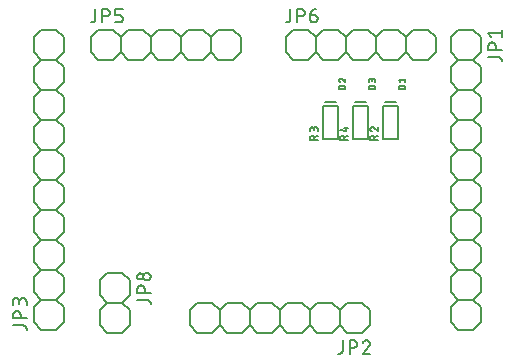
<source format=gbr>
G04 EAGLE Gerber X2 export*
%TF.Part,Single*%
%TF.FileFunction,Legend,Top,1*%
%TF.FilePolarity,Positive*%
%TF.GenerationSoftware,Autodesk,EAGLE,8.7.0*%
%TF.CreationDate,2021-03-05T05:17:05Z*%
G75*
%MOMM*%
%FSLAX34Y34*%
%LPD*%
%AMOC8*
5,1,8,0,0,1.08239X$1,22.5*%
G01*
%ADD10C,0.152400*%
%ADD11C,0.127000*%
%ADD12C,0.203200*%


D10*
X394970Y76200D02*
X401320Y69850D01*
X401320Y57150D01*
X394970Y50800D01*
X382270Y50800D01*
X375920Y57150D01*
X375920Y69850D01*
X382270Y76200D01*
X401320Y107950D02*
X401320Y120650D01*
X401320Y107950D02*
X394970Y101600D01*
X382270Y101600D01*
X375920Y107950D01*
X394970Y101600D02*
X401320Y95250D01*
X401320Y82550D01*
X394970Y76200D01*
X382270Y76200D01*
X375920Y82550D01*
X375920Y95250D01*
X382270Y101600D01*
X401320Y146050D02*
X394970Y152400D01*
X401320Y146050D02*
X401320Y133350D01*
X394970Y127000D01*
X382270Y127000D01*
X375920Y133350D01*
X375920Y146050D01*
X382270Y152400D01*
X394970Y127000D02*
X401320Y120650D01*
X382270Y127000D02*
X375920Y120650D01*
X375920Y107950D01*
X401320Y184150D02*
X401320Y196850D01*
X401320Y184150D02*
X394970Y177800D01*
X382270Y177800D01*
X375920Y184150D01*
X394970Y177800D02*
X401320Y171450D01*
X401320Y158750D01*
X394970Y152400D01*
X382270Y152400D01*
X375920Y158750D01*
X375920Y171450D01*
X382270Y177800D01*
X401320Y222250D02*
X394970Y228600D01*
X401320Y222250D02*
X401320Y209550D01*
X394970Y203200D01*
X382270Y203200D01*
X375920Y209550D01*
X375920Y222250D01*
X382270Y228600D01*
X394970Y203200D02*
X401320Y196850D01*
X382270Y203200D02*
X375920Y196850D01*
X375920Y184150D01*
X401320Y260350D02*
X401320Y273050D01*
X401320Y260350D02*
X394970Y254000D01*
X382270Y254000D01*
X375920Y260350D01*
X394970Y254000D02*
X401320Y247650D01*
X401320Y234950D01*
X394970Y228600D01*
X382270Y228600D01*
X375920Y234950D01*
X375920Y247650D01*
X382270Y254000D01*
X382270Y279400D02*
X394970Y279400D01*
X401320Y273050D01*
X382270Y279400D02*
X375920Y273050D01*
X375920Y260350D01*
X401320Y44450D02*
X401320Y31750D01*
X394970Y25400D01*
X382270Y25400D01*
X375920Y31750D01*
X394970Y50800D02*
X401320Y44450D01*
X382270Y50800D02*
X375920Y44450D01*
X375920Y31750D01*
D11*
X407543Y256338D02*
X416433Y256338D01*
X416533Y256336D01*
X416632Y256330D01*
X416732Y256320D01*
X416830Y256307D01*
X416929Y256289D01*
X417026Y256268D01*
X417122Y256243D01*
X417218Y256214D01*
X417312Y256181D01*
X417405Y256145D01*
X417496Y256105D01*
X417586Y256061D01*
X417674Y256014D01*
X417760Y255964D01*
X417844Y255910D01*
X417926Y255853D01*
X418005Y255793D01*
X418083Y255729D01*
X418157Y255663D01*
X418229Y255594D01*
X418298Y255522D01*
X418364Y255448D01*
X418428Y255370D01*
X418488Y255291D01*
X418545Y255209D01*
X418599Y255125D01*
X418649Y255039D01*
X418696Y254951D01*
X418740Y254861D01*
X418780Y254770D01*
X418816Y254677D01*
X418849Y254583D01*
X418878Y254487D01*
X418903Y254391D01*
X418924Y254294D01*
X418942Y254195D01*
X418955Y254097D01*
X418965Y253997D01*
X418971Y253898D01*
X418973Y253798D01*
X418973Y252528D01*
X418973Y262319D02*
X407543Y262319D01*
X407543Y265494D01*
X407545Y265605D01*
X407551Y265715D01*
X407560Y265826D01*
X407574Y265936D01*
X407591Y266045D01*
X407612Y266154D01*
X407637Y266262D01*
X407666Y266369D01*
X407698Y266475D01*
X407734Y266580D01*
X407774Y266683D01*
X407817Y266785D01*
X407864Y266886D01*
X407915Y266985D01*
X407968Y267082D01*
X408025Y267176D01*
X408086Y267269D01*
X408149Y267360D01*
X408216Y267449D01*
X408286Y267535D01*
X408359Y267618D01*
X408434Y267700D01*
X408512Y267778D01*
X408594Y267853D01*
X408677Y267926D01*
X408763Y267996D01*
X408852Y268063D01*
X408943Y268126D01*
X409036Y268187D01*
X409131Y268244D01*
X409227Y268297D01*
X409326Y268348D01*
X409427Y268395D01*
X409529Y268438D01*
X409632Y268478D01*
X409737Y268514D01*
X409843Y268546D01*
X409950Y268575D01*
X410058Y268600D01*
X410167Y268621D01*
X410276Y268638D01*
X410386Y268652D01*
X410497Y268661D01*
X410607Y268667D01*
X410718Y268669D01*
X410829Y268667D01*
X410939Y268661D01*
X411050Y268652D01*
X411160Y268638D01*
X411269Y268621D01*
X411378Y268600D01*
X411486Y268575D01*
X411593Y268546D01*
X411699Y268514D01*
X411804Y268478D01*
X411907Y268438D01*
X412009Y268395D01*
X412110Y268348D01*
X412209Y268297D01*
X412306Y268244D01*
X412400Y268187D01*
X412493Y268126D01*
X412584Y268063D01*
X412673Y267996D01*
X412759Y267926D01*
X412842Y267853D01*
X412924Y267778D01*
X413002Y267700D01*
X413077Y267618D01*
X413150Y267535D01*
X413220Y267449D01*
X413287Y267360D01*
X413350Y267269D01*
X413411Y267176D01*
X413468Y267082D01*
X413521Y266985D01*
X413572Y266886D01*
X413619Y266785D01*
X413662Y266683D01*
X413702Y266580D01*
X413738Y266475D01*
X413770Y266369D01*
X413799Y266262D01*
X413824Y266154D01*
X413845Y266045D01*
X413862Y265936D01*
X413876Y265826D01*
X413885Y265715D01*
X413891Y265605D01*
X413893Y265494D01*
X413893Y262319D01*
X410083Y273177D02*
X407543Y276352D01*
X418973Y276352D01*
X418973Y273177D02*
X418973Y279527D01*
D10*
X29210Y228600D02*
X22860Y234950D01*
X22860Y247650D01*
X29210Y254000D01*
X41910Y254000D01*
X48260Y247650D01*
X48260Y234950D01*
X41910Y228600D01*
X22860Y196850D02*
X22860Y184150D01*
X22860Y196850D02*
X29210Y203200D01*
X41910Y203200D01*
X48260Y196850D01*
X29210Y203200D02*
X22860Y209550D01*
X22860Y222250D01*
X29210Y228600D01*
X41910Y228600D01*
X48260Y222250D01*
X48260Y209550D01*
X41910Y203200D01*
X22860Y158750D02*
X29210Y152400D01*
X22860Y158750D02*
X22860Y171450D01*
X29210Y177800D01*
X41910Y177800D01*
X48260Y171450D01*
X48260Y158750D01*
X41910Y152400D01*
X29210Y177800D02*
X22860Y184150D01*
X41910Y177800D02*
X48260Y184150D01*
X48260Y196850D01*
X22860Y120650D02*
X22860Y107950D01*
X22860Y120650D02*
X29210Y127000D01*
X41910Y127000D01*
X48260Y120650D01*
X29210Y127000D02*
X22860Y133350D01*
X22860Y146050D01*
X29210Y152400D01*
X41910Y152400D01*
X48260Y146050D01*
X48260Y133350D01*
X41910Y127000D01*
X22860Y82550D02*
X29210Y76200D01*
X22860Y82550D02*
X22860Y95250D01*
X29210Y101600D01*
X41910Y101600D01*
X48260Y95250D01*
X48260Y82550D01*
X41910Y76200D01*
X29210Y101600D02*
X22860Y107950D01*
X41910Y101600D02*
X48260Y107950D01*
X48260Y120650D01*
X22860Y44450D02*
X22860Y31750D01*
X22860Y44450D02*
X29210Y50800D01*
X41910Y50800D01*
X48260Y44450D01*
X29210Y50800D02*
X22860Y57150D01*
X22860Y69850D01*
X29210Y76200D01*
X41910Y76200D01*
X48260Y69850D01*
X48260Y57150D01*
X41910Y50800D01*
X41910Y25400D02*
X29210Y25400D01*
X22860Y31750D01*
X41910Y25400D02*
X48260Y31750D01*
X48260Y44450D01*
X22860Y260350D02*
X22860Y273050D01*
X29210Y279400D01*
X41910Y279400D01*
X48260Y273050D01*
X29210Y254000D02*
X22860Y260350D01*
X41910Y254000D02*
X48260Y260350D01*
X48260Y273050D01*
D11*
X14097Y29083D02*
X5207Y29083D01*
X14097Y29083D02*
X14197Y29081D01*
X14296Y29075D01*
X14396Y29065D01*
X14494Y29052D01*
X14593Y29034D01*
X14690Y29013D01*
X14786Y28988D01*
X14882Y28959D01*
X14976Y28926D01*
X15069Y28890D01*
X15160Y28850D01*
X15250Y28806D01*
X15338Y28759D01*
X15424Y28709D01*
X15508Y28655D01*
X15590Y28598D01*
X15669Y28538D01*
X15747Y28474D01*
X15821Y28408D01*
X15893Y28339D01*
X15962Y28267D01*
X16028Y28193D01*
X16092Y28115D01*
X16152Y28036D01*
X16209Y27954D01*
X16263Y27870D01*
X16313Y27784D01*
X16360Y27696D01*
X16404Y27606D01*
X16444Y27515D01*
X16480Y27422D01*
X16513Y27328D01*
X16542Y27232D01*
X16567Y27136D01*
X16588Y27039D01*
X16606Y26940D01*
X16619Y26842D01*
X16629Y26742D01*
X16635Y26643D01*
X16637Y26543D01*
X16637Y25273D01*
X16637Y35063D02*
X5207Y35063D01*
X5207Y38238D01*
X5209Y38349D01*
X5215Y38459D01*
X5224Y38570D01*
X5238Y38680D01*
X5255Y38789D01*
X5276Y38898D01*
X5301Y39006D01*
X5330Y39113D01*
X5362Y39219D01*
X5398Y39324D01*
X5438Y39427D01*
X5481Y39529D01*
X5528Y39630D01*
X5579Y39729D01*
X5632Y39825D01*
X5689Y39920D01*
X5750Y40013D01*
X5813Y40104D01*
X5880Y40193D01*
X5950Y40279D01*
X6023Y40362D01*
X6098Y40444D01*
X6176Y40522D01*
X6258Y40597D01*
X6341Y40670D01*
X6427Y40740D01*
X6516Y40807D01*
X6607Y40870D01*
X6700Y40931D01*
X6794Y40988D01*
X6891Y41041D01*
X6990Y41092D01*
X7091Y41139D01*
X7193Y41182D01*
X7296Y41222D01*
X7401Y41258D01*
X7507Y41290D01*
X7614Y41319D01*
X7722Y41344D01*
X7831Y41365D01*
X7940Y41382D01*
X8050Y41396D01*
X8161Y41405D01*
X8271Y41411D01*
X8382Y41413D01*
X8493Y41411D01*
X8603Y41405D01*
X8714Y41396D01*
X8824Y41382D01*
X8933Y41365D01*
X9042Y41344D01*
X9150Y41319D01*
X9257Y41290D01*
X9363Y41258D01*
X9468Y41222D01*
X9571Y41182D01*
X9673Y41139D01*
X9774Y41092D01*
X9873Y41041D01*
X9969Y40988D01*
X10064Y40931D01*
X10157Y40870D01*
X10248Y40807D01*
X10337Y40740D01*
X10423Y40670D01*
X10506Y40597D01*
X10588Y40522D01*
X10666Y40444D01*
X10741Y40362D01*
X10814Y40279D01*
X10884Y40193D01*
X10951Y40104D01*
X11014Y40013D01*
X11075Y39920D01*
X11132Y39826D01*
X11185Y39729D01*
X11236Y39630D01*
X11283Y39529D01*
X11326Y39427D01*
X11366Y39324D01*
X11402Y39219D01*
X11434Y39113D01*
X11463Y39006D01*
X11488Y38898D01*
X11509Y38789D01*
X11526Y38680D01*
X11540Y38570D01*
X11549Y38459D01*
X11555Y38349D01*
X11557Y38238D01*
X11557Y35063D01*
X16637Y45922D02*
X16637Y49097D01*
X16635Y49208D01*
X16629Y49318D01*
X16620Y49429D01*
X16606Y49539D01*
X16589Y49648D01*
X16568Y49757D01*
X16543Y49865D01*
X16514Y49972D01*
X16482Y50078D01*
X16446Y50183D01*
X16406Y50286D01*
X16363Y50388D01*
X16316Y50489D01*
X16265Y50588D01*
X16212Y50685D01*
X16155Y50779D01*
X16094Y50872D01*
X16031Y50963D01*
X15964Y51052D01*
X15894Y51138D01*
X15821Y51221D01*
X15746Y51303D01*
X15668Y51381D01*
X15586Y51456D01*
X15503Y51529D01*
X15417Y51599D01*
X15328Y51666D01*
X15237Y51729D01*
X15144Y51790D01*
X15049Y51847D01*
X14953Y51900D01*
X14854Y51951D01*
X14753Y51998D01*
X14651Y52041D01*
X14548Y52081D01*
X14443Y52117D01*
X14337Y52149D01*
X14230Y52178D01*
X14122Y52203D01*
X14013Y52224D01*
X13904Y52241D01*
X13794Y52255D01*
X13683Y52264D01*
X13573Y52270D01*
X13462Y52272D01*
X13351Y52270D01*
X13241Y52264D01*
X13130Y52255D01*
X13020Y52241D01*
X12911Y52224D01*
X12802Y52203D01*
X12694Y52178D01*
X12587Y52149D01*
X12481Y52117D01*
X12376Y52081D01*
X12273Y52041D01*
X12171Y51998D01*
X12070Y51951D01*
X11971Y51900D01*
X11874Y51847D01*
X11780Y51790D01*
X11687Y51729D01*
X11596Y51666D01*
X11507Y51599D01*
X11421Y51529D01*
X11338Y51456D01*
X11256Y51381D01*
X11178Y51303D01*
X11103Y51221D01*
X11030Y51138D01*
X10960Y51052D01*
X10893Y50963D01*
X10830Y50872D01*
X10769Y50779D01*
X10712Y50684D01*
X10659Y50588D01*
X10608Y50489D01*
X10561Y50388D01*
X10518Y50286D01*
X10478Y50183D01*
X10442Y50078D01*
X10410Y49972D01*
X10381Y49865D01*
X10356Y49757D01*
X10335Y49648D01*
X10318Y49539D01*
X10304Y49429D01*
X10295Y49318D01*
X10289Y49208D01*
X10287Y49097D01*
X5207Y49732D02*
X5207Y45922D01*
X5207Y49732D02*
X5209Y49832D01*
X5215Y49931D01*
X5225Y50031D01*
X5238Y50129D01*
X5256Y50228D01*
X5277Y50325D01*
X5302Y50421D01*
X5331Y50517D01*
X5364Y50611D01*
X5400Y50704D01*
X5440Y50795D01*
X5484Y50885D01*
X5531Y50973D01*
X5581Y51059D01*
X5635Y51143D01*
X5692Y51225D01*
X5752Y51304D01*
X5816Y51382D01*
X5882Y51456D01*
X5951Y51528D01*
X6023Y51597D01*
X6097Y51663D01*
X6175Y51727D01*
X6254Y51787D01*
X6336Y51844D01*
X6420Y51898D01*
X6506Y51948D01*
X6594Y51995D01*
X6684Y52039D01*
X6775Y52079D01*
X6868Y52115D01*
X6962Y52148D01*
X7058Y52177D01*
X7154Y52202D01*
X7251Y52223D01*
X7350Y52241D01*
X7448Y52254D01*
X7548Y52264D01*
X7647Y52270D01*
X7747Y52272D01*
X7847Y52270D01*
X7946Y52264D01*
X8046Y52254D01*
X8144Y52241D01*
X8243Y52223D01*
X8340Y52202D01*
X8436Y52177D01*
X8532Y52148D01*
X8626Y52115D01*
X8719Y52079D01*
X8810Y52039D01*
X8900Y51995D01*
X8988Y51948D01*
X9074Y51898D01*
X9158Y51844D01*
X9240Y51787D01*
X9319Y51727D01*
X9397Y51663D01*
X9471Y51597D01*
X9543Y51528D01*
X9612Y51456D01*
X9678Y51382D01*
X9742Y51304D01*
X9802Y51225D01*
X9859Y51143D01*
X9913Y51059D01*
X9963Y50973D01*
X10010Y50885D01*
X10054Y50795D01*
X10094Y50704D01*
X10130Y50611D01*
X10163Y50517D01*
X10192Y50421D01*
X10217Y50325D01*
X10238Y50228D01*
X10256Y50129D01*
X10269Y50031D01*
X10279Y49931D01*
X10285Y49832D01*
X10287Y49732D01*
X10287Y47192D01*
X332105Y229505D02*
X336931Y229505D01*
X332105Y229505D02*
X332105Y230845D01*
X332107Y230915D01*
X332112Y230985D01*
X332122Y231055D01*
X332134Y231124D01*
X332151Y231192D01*
X332171Y231259D01*
X332194Y231326D01*
X332221Y231390D01*
X332251Y231454D01*
X332285Y231516D01*
X332321Y231575D01*
X332361Y231633D01*
X332404Y231689D01*
X332449Y231742D01*
X332498Y231793D01*
X332549Y231842D01*
X332602Y231887D01*
X332658Y231930D01*
X332716Y231970D01*
X332776Y232006D01*
X332837Y232040D01*
X332901Y232070D01*
X332965Y232097D01*
X333032Y232120D01*
X333099Y232140D01*
X333167Y232157D01*
X333236Y232169D01*
X333306Y232179D01*
X333376Y232184D01*
X333446Y232186D01*
X335590Y232186D01*
X335660Y232184D01*
X335730Y232179D01*
X335800Y232169D01*
X335869Y232157D01*
X335937Y232140D01*
X336004Y232120D01*
X336071Y232097D01*
X336135Y232070D01*
X336199Y232040D01*
X336261Y232006D01*
X336320Y231970D01*
X336378Y231930D01*
X336434Y231887D01*
X336487Y231842D01*
X336538Y231793D01*
X336587Y231742D01*
X336632Y231689D01*
X336675Y231633D01*
X336715Y231575D01*
X336751Y231515D01*
X336785Y231454D01*
X336815Y231390D01*
X336842Y231326D01*
X336865Y231259D01*
X336885Y231192D01*
X336902Y231124D01*
X336914Y231055D01*
X336924Y230985D01*
X336929Y230915D01*
X336931Y230845D01*
X336931Y229505D01*
X333177Y235174D02*
X332105Y236515D01*
X336931Y236515D01*
X336931Y237855D02*
X336931Y235174D01*
X329883Y217805D02*
X320358Y217805D01*
X286131Y229505D02*
X281305Y229505D01*
X281305Y230845D01*
X281307Y230915D01*
X281312Y230985D01*
X281322Y231055D01*
X281334Y231124D01*
X281351Y231192D01*
X281371Y231259D01*
X281394Y231326D01*
X281421Y231390D01*
X281451Y231454D01*
X281485Y231516D01*
X281521Y231575D01*
X281561Y231633D01*
X281604Y231689D01*
X281649Y231742D01*
X281698Y231793D01*
X281749Y231842D01*
X281802Y231887D01*
X281858Y231930D01*
X281916Y231970D01*
X281976Y232006D01*
X282037Y232040D01*
X282101Y232070D01*
X282165Y232097D01*
X282232Y232120D01*
X282299Y232140D01*
X282367Y232157D01*
X282436Y232169D01*
X282506Y232179D01*
X282576Y232184D01*
X282646Y232186D01*
X284790Y232186D01*
X284860Y232184D01*
X284930Y232179D01*
X285000Y232169D01*
X285069Y232157D01*
X285137Y232140D01*
X285204Y232120D01*
X285271Y232097D01*
X285335Y232070D01*
X285399Y232040D01*
X285461Y232006D01*
X285520Y231970D01*
X285578Y231930D01*
X285634Y231887D01*
X285687Y231842D01*
X285738Y231793D01*
X285787Y231742D01*
X285832Y231689D01*
X285875Y231633D01*
X285915Y231575D01*
X285951Y231515D01*
X285985Y231454D01*
X286015Y231390D01*
X286042Y231326D01*
X286065Y231259D01*
X286085Y231192D01*
X286102Y231124D01*
X286114Y231055D01*
X286124Y230985D01*
X286129Y230915D01*
X286131Y230845D01*
X286131Y229505D01*
X281305Y236649D02*
X281307Y236717D01*
X281313Y236784D01*
X281322Y236851D01*
X281335Y236918D01*
X281352Y236983D01*
X281373Y237048D01*
X281397Y237111D01*
X281425Y237173D01*
X281456Y237233D01*
X281490Y237291D01*
X281528Y237347D01*
X281568Y237402D01*
X281612Y237453D01*
X281659Y237502D01*
X281708Y237549D01*
X281759Y237593D01*
X281814Y237633D01*
X281870Y237671D01*
X281928Y237705D01*
X281988Y237736D01*
X282050Y237764D01*
X282113Y237788D01*
X282178Y237809D01*
X282243Y237826D01*
X282310Y237839D01*
X282377Y237848D01*
X282444Y237854D01*
X282512Y237856D01*
X281305Y236649D02*
X281307Y236571D01*
X281313Y236493D01*
X281323Y236416D01*
X281336Y236339D01*
X281354Y236263D01*
X281375Y236188D01*
X281400Y236114D01*
X281429Y236042D01*
X281461Y235971D01*
X281497Y235902D01*
X281536Y235834D01*
X281579Y235769D01*
X281625Y235706D01*
X281674Y235645D01*
X281726Y235587D01*
X281781Y235532D01*
X281838Y235479D01*
X281898Y235430D01*
X281961Y235383D01*
X282026Y235340D01*
X282092Y235300D01*
X282161Y235263D01*
X282232Y235230D01*
X282304Y235200D01*
X282378Y235174D01*
X283450Y237453D02*
X283401Y237502D01*
X283349Y237549D01*
X283294Y237592D01*
X283237Y237633D01*
X283178Y237671D01*
X283117Y237705D01*
X283054Y237736D01*
X282990Y237764D01*
X282924Y237788D01*
X282858Y237808D01*
X282790Y237825D01*
X282721Y237838D01*
X282652Y237847D01*
X282582Y237853D01*
X282512Y237855D01*
X283450Y237453D02*
X286131Y235174D01*
X286131Y237855D01*
X279083Y217805D02*
X269558Y217805D01*
X306705Y229505D02*
X311531Y229505D01*
X306705Y229505D02*
X306705Y230845D01*
X306707Y230915D01*
X306712Y230985D01*
X306722Y231055D01*
X306734Y231124D01*
X306751Y231192D01*
X306771Y231259D01*
X306794Y231326D01*
X306821Y231390D01*
X306851Y231454D01*
X306885Y231516D01*
X306921Y231575D01*
X306961Y231633D01*
X307004Y231689D01*
X307049Y231742D01*
X307098Y231793D01*
X307149Y231842D01*
X307202Y231887D01*
X307258Y231930D01*
X307316Y231970D01*
X307376Y232006D01*
X307437Y232040D01*
X307501Y232070D01*
X307565Y232097D01*
X307632Y232120D01*
X307699Y232140D01*
X307767Y232157D01*
X307836Y232169D01*
X307906Y232179D01*
X307976Y232184D01*
X308046Y232186D01*
X310190Y232186D01*
X310260Y232184D01*
X310330Y232179D01*
X310400Y232169D01*
X310469Y232157D01*
X310537Y232140D01*
X310604Y232120D01*
X310671Y232097D01*
X310735Y232070D01*
X310799Y232040D01*
X310861Y232006D01*
X310920Y231970D01*
X310978Y231930D01*
X311034Y231887D01*
X311087Y231842D01*
X311138Y231793D01*
X311187Y231742D01*
X311232Y231689D01*
X311275Y231633D01*
X311315Y231575D01*
X311351Y231515D01*
X311385Y231454D01*
X311415Y231390D01*
X311442Y231326D01*
X311465Y231259D01*
X311485Y231192D01*
X311502Y231124D01*
X311514Y231055D01*
X311524Y230985D01*
X311529Y230915D01*
X311531Y230845D01*
X311531Y229505D01*
X311531Y235174D02*
X311531Y236515D01*
X311529Y236586D01*
X311523Y236658D01*
X311514Y236728D01*
X311501Y236798D01*
X311484Y236868D01*
X311463Y236936D01*
X311439Y237003D01*
X311411Y237069D01*
X311380Y237133D01*
X311345Y237196D01*
X311307Y237256D01*
X311266Y237315D01*
X311222Y237371D01*
X311175Y237425D01*
X311126Y237476D01*
X311073Y237524D01*
X311018Y237570D01*
X310961Y237612D01*
X310901Y237652D01*
X310840Y237688D01*
X310776Y237721D01*
X310711Y237750D01*
X310645Y237776D01*
X310577Y237799D01*
X310508Y237818D01*
X310438Y237833D01*
X310368Y237844D01*
X310297Y237852D01*
X310226Y237856D01*
X310154Y237856D01*
X310083Y237852D01*
X310012Y237844D01*
X309942Y237833D01*
X309872Y237818D01*
X309803Y237799D01*
X309735Y237776D01*
X309669Y237750D01*
X309604Y237721D01*
X309540Y237688D01*
X309479Y237652D01*
X309419Y237612D01*
X309362Y237570D01*
X309307Y237524D01*
X309254Y237476D01*
X309205Y237425D01*
X309158Y237371D01*
X309114Y237315D01*
X309073Y237256D01*
X309035Y237196D01*
X309000Y237133D01*
X308969Y237069D01*
X308941Y237003D01*
X308917Y236936D01*
X308896Y236868D01*
X308879Y236798D01*
X308866Y236728D01*
X308857Y236658D01*
X308851Y236586D01*
X308849Y236515D01*
X306705Y236783D02*
X306705Y235174D01*
X306705Y236783D02*
X306707Y236848D01*
X306713Y236912D01*
X306723Y236976D01*
X306736Y237040D01*
X306754Y237102D01*
X306775Y237163D01*
X306799Y237223D01*
X306828Y237281D01*
X306860Y237338D01*
X306895Y237392D01*
X306933Y237444D01*
X306975Y237494D01*
X307019Y237541D01*
X307066Y237585D01*
X307116Y237627D01*
X307168Y237665D01*
X307222Y237700D01*
X307279Y237732D01*
X307337Y237761D01*
X307397Y237785D01*
X307458Y237806D01*
X307520Y237824D01*
X307584Y237837D01*
X307648Y237847D01*
X307712Y237853D01*
X307777Y237855D01*
X307842Y237853D01*
X307906Y237847D01*
X307970Y237837D01*
X308034Y237824D01*
X308096Y237806D01*
X308157Y237785D01*
X308217Y237761D01*
X308275Y237732D01*
X308332Y237700D01*
X308386Y237665D01*
X308438Y237627D01*
X308488Y237585D01*
X308535Y237541D01*
X308579Y237494D01*
X308621Y237444D01*
X308659Y237392D01*
X308694Y237338D01*
X308726Y237281D01*
X308755Y237223D01*
X308779Y237163D01*
X308800Y237102D01*
X308818Y237040D01*
X308831Y236976D01*
X308841Y236912D01*
X308847Y236848D01*
X308849Y236783D01*
X308850Y236783D02*
X308850Y235710D01*
X304483Y217805D02*
X294958Y217805D01*
D12*
X318770Y214630D02*
X318770Y186690D01*
X318770Y214630D02*
X331470Y214630D01*
X331470Y186690D01*
X318770Y186690D01*
D10*
X314198Y186182D02*
X307594Y186182D01*
X307594Y188016D01*
X307596Y188101D01*
X307602Y188185D01*
X307612Y188269D01*
X307625Y188353D01*
X307643Y188436D01*
X307664Y188518D01*
X307689Y188599D01*
X307718Y188679D01*
X307750Y188757D01*
X307786Y188833D01*
X307826Y188908D01*
X307869Y188981D01*
X307915Y189052D01*
X307964Y189121D01*
X308017Y189188D01*
X308073Y189252D01*
X308131Y189313D01*
X308192Y189371D01*
X308256Y189427D01*
X308323Y189480D01*
X308392Y189529D01*
X308463Y189575D01*
X308536Y189618D01*
X308611Y189658D01*
X308687Y189694D01*
X308765Y189726D01*
X308845Y189755D01*
X308926Y189780D01*
X309008Y189801D01*
X309091Y189819D01*
X309175Y189832D01*
X309259Y189842D01*
X309343Y189848D01*
X309428Y189850D01*
X309513Y189848D01*
X309597Y189842D01*
X309681Y189832D01*
X309765Y189819D01*
X309848Y189801D01*
X309930Y189780D01*
X310011Y189755D01*
X310091Y189726D01*
X310169Y189694D01*
X310245Y189658D01*
X310320Y189618D01*
X310393Y189575D01*
X310464Y189529D01*
X310533Y189480D01*
X310600Y189427D01*
X310664Y189371D01*
X310725Y189313D01*
X310783Y189252D01*
X310839Y189188D01*
X310892Y189121D01*
X310941Y189052D01*
X310987Y188981D01*
X311030Y188908D01*
X311070Y188833D01*
X311106Y188757D01*
X311138Y188679D01*
X311167Y188599D01*
X311192Y188518D01*
X311213Y188436D01*
X311231Y188353D01*
X311244Y188269D01*
X311254Y188185D01*
X311260Y188101D01*
X311262Y188016D01*
X311263Y188016D02*
X311263Y186182D01*
X311263Y188383D02*
X314198Y189851D01*
X307594Y195436D02*
X307596Y195515D01*
X307601Y195593D01*
X307611Y195671D01*
X307624Y195748D01*
X307641Y195825D01*
X307661Y195901D01*
X307685Y195976D01*
X307712Y196050D01*
X307743Y196122D01*
X307778Y196193D01*
X307815Y196262D01*
X307856Y196329D01*
X307900Y196394D01*
X307947Y196457D01*
X307997Y196517D01*
X308050Y196575D01*
X308106Y196631D01*
X308164Y196684D01*
X308224Y196734D01*
X308287Y196781D01*
X308352Y196825D01*
X308420Y196866D01*
X308488Y196903D01*
X308559Y196938D01*
X308631Y196969D01*
X308705Y196996D01*
X308780Y197020D01*
X308856Y197040D01*
X308933Y197057D01*
X309010Y197070D01*
X309088Y197080D01*
X309166Y197085D01*
X309245Y197087D01*
X307594Y195436D02*
X307596Y195347D01*
X307601Y195258D01*
X307611Y195170D01*
X307624Y195082D01*
X307640Y194995D01*
X307661Y194908D01*
X307685Y194823D01*
X307712Y194738D01*
X307743Y194655D01*
X307778Y194573D01*
X307816Y194492D01*
X307857Y194413D01*
X307901Y194337D01*
X307949Y194261D01*
X308000Y194188D01*
X308053Y194118D01*
X308110Y194049D01*
X308170Y193983D01*
X308232Y193920D01*
X308297Y193859D01*
X308364Y193801D01*
X308434Y193746D01*
X308506Y193693D01*
X308580Y193644D01*
X308656Y193598D01*
X308734Y193556D01*
X308814Y193516D01*
X308895Y193480D01*
X308978Y193447D01*
X309062Y193418D01*
X310529Y196537D02*
X310473Y196593D01*
X310414Y196647D01*
X310353Y196698D01*
X310289Y196747D01*
X310224Y196792D01*
X310156Y196835D01*
X310087Y196874D01*
X310016Y196911D01*
X309943Y196944D01*
X309869Y196973D01*
X309794Y197000D01*
X309718Y197023D01*
X309640Y197042D01*
X309562Y197058D01*
X309484Y197071D01*
X309404Y197080D01*
X309325Y197085D01*
X309245Y197087D01*
X310529Y196537D02*
X314198Y193418D01*
X314198Y197087D01*
D12*
X267970Y186690D02*
X267970Y214630D01*
X280670Y214630D01*
X280670Y186690D01*
X267970Y186690D01*
D10*
X263398Y186182D02*
X256794Y186182D01*
X256794Y188016D01*
X256796Y188101D01*
X256802Y188185D01*
X256812Y188269D01*
X256825Y188353D01*
X256843Y188436D01*
X256864Y188518D01*
X256889Y188599D01*
X256918Y188679D01*
X256950Y188757D01*
X256986Y188833D01*
X257026Y188908D01*
X257069Y188981D01*
X257115Y189052D01*
X257164Y189121D01*
X257217Y189188D01*
X257273Y189252D01*
X257331Y189313D01*
X257392Y189371D01*
X257456Y189427D01*
X257523Y189480D01*
X257592Y189529D01*
X257663Y189575D01*
X257736Y189618D01*
X257811Y189658D01*
X257887Y189694D01*
X257965Y189726D01*
X258045Y189755D01*
X258126Y189780D01*
X258208Y189801D01*
X258291Y189819D01*
X258375Y189832D01*
X258459Y189842D01*
X258543Y189848D01*
X258628Y189850D01*
X258713Y189848D01*
X258797Y189842D01*
X258881Y189832D01*
X258965Y189819D01*
X259048Y189801D01*
X259130Y189780D01*
X259211Y189755D01*
X259291Y189726D01*
X259369Y189694D01*
X259445Y189658D01*
X259520Y189618D01*
X259593Y189575D01*
X259664Y189529D01*
X259733Y189480D01*
X259800Y189427D01*
X259864Y189371D01*
X259925Y189313D01*
X259983Y189252D01*
X260039Y189188D01*
X260092Y189121D01*
X260141Y189052D01*
X260187Y188981D01*
X260230Y188908D01*
X260270Y188833D01*
X260306Y188757D01*
X260338Y188679D01*
X260367Y188599D01*
X260392Y188518D01*
X260413Y188436D01*
X260431Y188353D01*
X260444Y188269D01*
X260454Y188185D01*
X260460Y188101D01*
X260462Y188016D01*
X260463Y188016D02*
X260463Y186182D01*
X260463Y188383D02*
X263398Y189851D01*
X263398Y193418D02*
X263398Y195253D01*
X263396Y195338D01*
X263390Y195422D01*
X263380Y195506D01*
X263367Y195590D01*
X263349Y195673D01*
X263328Y195755D01*
X263303Y195836D01*
X263274Y195916D01*
X263242Y195994D01*
X263206Y196070D01*
X263166Y196145D01*
X263123Y196218D01*
X263077Y196289D01*
X263028Y196358D01*
X262975Y196425D01*
X262919Y196489D01*
X262861Y196550D01*
X262800Y196608D01*
X262736Y196664D01*
X262669Y196717D01*
X262600Y196766D01*
X262529Y196812D01*
X262456Y196855D01*
X262381Y196895D01*
X262305Y196931D01*
X262227Y196963D01*
X262147Y196992D01*
X262066Y197017D01*
X261984Y197038D01*
X261901Y197056D01*
X261817Y197069D01*
X261733Y197079D01*
X261649Y197085D01*
X261564Y197087D01*
X261479Y197085D01*
X261395Y197079D01*
X261311Y197069D01*
X261227Y197056D01*
X261144Y197038D01*
X261062Y197017D01*
X260981Y196992D01*
X260901Y196963D01*
X260823Y196931D01*
X260747Y196895D01*
X260672Y196855D01*
X260599Y196812D01*
X260528Y196766D01*
X260459Y196717D01*
X260392Y196664D01*
X260328Y196608D01*
X260267Y196550D01*
X260209Y196489D01*
X260153Y196425D01*
X260100Y196358D01*
X260051Y196289D01*
X260005Y196218D01*
X259962Y196145D01*
X259922Y196070D01*
X259886Y195994D01*
X259854Y195916D01*
X259825Y195836D01*
X259800Y195755D01*
X259779Y195673D01*
X259761Y195590D01*
X259748Y195506D01*
X259738Y195422D01*
X259732Y195338D01*
X259730Y195253D01*
X256794Y195620D02*
X256794Y193418D01*
X256794Y195620D02*
X256796Y195696D01*
X256802Y195771D01*
X256811Y195846D01*
X256825Y195920D01*
X256842Y195994D01*
X256864Y196066D01*
X256888Y196138D01*
X256917Y196208D01*
X256949Y196276D01*
X256984Y196343D01*
X257023Y196408D01*
X257066Y196471D01*
X257111Y196531D01*
X257159Y196589D01*
X257211Y196645D01*
X257265Y196697D01*
X257322Y196747D01*
X257381Y196794D01*
X257442Y196838D01*
X257506Y196879D01*
X257572Y196916D01*
X257640Y196950D01*
X257709Y196980D01*
X257780Y197007D01*
X257852Y197030D01*
X257925Y197049D01*
X257999Y197064D01*
X258074Y197076D01*
X258149Y197084D01*
X258224Y197088D01*
X258300Y197088D01*
X258375Y197084D01*
X258450Y197076D01*
X258525Y197064D01*
X258599Y197049D01*
X258672Y197030D01*
X258744Y197007D01*
X258815Y196980D01*
X258884Y196950D01*
X258952Y196916D01*
X259018Y196879D01*
X259082Y196838D01*
X259143Y196794D01*
X259202Y196747D01*
X259259Y196697D01*
X259313Y196645D01*
X259365Y196589D01*
X259413Y196531D01*
X259458Y196471D01*
X259501Y196408D01*
X259540Y196343D01*
X259575Y196276D01*
X259607Y196208D01*
X259636Y196138D01*
X259660Y196066D01*
X259682Y195994D01*
X259699Y195920D01*
X259713Y195846D01*
X259722Y195771D01*
X259728Y195696D01*
X259730Y195620D01*
X259729Y195620D02*
X259729Y194152D01*
D12*
X293370Y186690D02*
X293370Y214630D01*
X306070Y214630D01*
X306070Y186690D01*
X293370Y186690D01*
D10*
X288798Y186182D02*
X282194Y186182D01*
X282194Y188016D01*
X282196Y188101D01*
X282202Y188185D01*
X282212Y188269D01*
X282225Y188353D01*
X282243Y188436D01*
X282264Y188518D01*
X282289Y188599D01*
X282318Y188679D01*
X282350Y188757D01*
X282386Y188833D01*
X282426Y188908D01*
X282469Y188981D01*
X282515Y189052D01*
X282564Y189121D01*
X282617Y189188D01*
X282673Y189252D01*
X282731Y189313D01*
X282792Y189371D01*
X282856Y189427D01*
X282923Y189480D01*
X282992Y189529D01*
X283063Y189575D01*
X283136Y189618D01*
X283211Y189658D01*
X283287Y189694D01*
X283365Y189726D01*
X283445Y189755D01*
X283526Y189780D01*
X283608Y189801D01*
X283691Y189819D01*
X283775Y189832D01*
X283859Y189842D01*
X283943Y189848D01*
X284028Y189850D01*
X284113Y189848D01*
X284197Y189842D01*
X284281Y189832D01*
X284365Y189819D01*
X284448Y189801D01*
X284530Y189780D01*
X284611Y189755D01*
X284691Y189726D01*
X284769Y189694D01*
X284845Y189658D01*
X284920Y189618D01*
X284993Y189575D01*
X285064Y189529D01*
X285133Y189480D01*
X285200Y189427D01*
X285264Y189371D01*
X285325Y189313D01*
X285383Y189252D01*
X285439Y189188D01*
X285492Y189121D01*
X285541Y189052D01*
X285587Y188981D01*
X285630Y188908D01*
X285670Y188833D01*
X285706Y188757D01*
X285738Y188679D01*
X285767Y188599D01*
X285792Y188518D01*
X285813Y188436D01*
X285831Y188353D01*
X285844Y188269D01*
X285854Y188185D01*
X285860Y188101D01*
X285862Y188016D01*
X285863Y188016D02*
X285863Y186182D01*
X285863Y188383D02*
X288798Y189851D01*
X287330Y193418D02*
X282194Y194886D01*
X287330Y193418D02*
X287330Y197087D01*
X285863Y195987D02*
X288798Y195987D01*
X166370Y279400D02*
X153670Y279400D01*
X166370Y279400D02*
X172720Y273050D01*
X172720Y260350D01*
X166370Y254000D01*
X128270Y279400D02*
X121920Y273050D01*
X128270Y279400D02*
X140970Y279400D01*
X147320Y273050D01*
X147320Y260350D01*
X140970Y254000D01*
X128270Y254000D01*
X121920Y260350D01*
X147320Y273050D02*
X153670Y279400D01*
X147320Y260350D02*
X153670Y254000D01*
X166370Y254000D01*
X90170Y279400D02*
X77470Y279400D01*
X90170Y279400D02*
X96520Y273050D01*
X96520Y260350D01*
X90170Y254000D01*
X96520Y273050D02*
X102870Y279400D01*
X115570Y279400D01*
X121920Y273050D01*
X121920Y260350D01*
X115570Y254000D01*
X102870Y254000D01*
X96520Y260350D01*
X71120Y260350D02*
X71120Y273050D01*
X77470Y279400D01*
X71120Y260350D02*
X77470Y254000D01*
X90170Y254000D01*
X179070Y279400D02*
X191770Y279400D01*
X198120Y273050D01*
X198120Y260350D01*
X191770Y254000D01*
X172720Y273050D02*
X179070Y279400D01*
X172720Y260350D02*
X179070Y254000D01*
X191770Y254000D01*
D11*
X74803Y288163D02*
X74803Y297053D01*
X74803Y288163D02*
X74801Y288063D01*
X74795Y287964D01*
X74785Y287864D01*
X74772Y287766D01*
X74754Y287667D01*
X74733Y287570D01*
X74708Y287474D01*
X74679Y287378D01*
X74646Y287284D01*
X74610Y287191D01*
X74570Y287100D01*
X74526Y287010D01*
X74479Y286922D01*
X74429Y286836D01*
X74375Y286752D01*
X74318Y286670D01*
X74258Y286591D01*
X74194Y286513D01*
X74128Y286439D01*
X74059Y286367D01*
X73987Y286298D01*
X73913Y286232D01*
X73835Y286168D01*
X73756Y286108D01*
X73674Y286051D01*
X73590Y285997D01*
X73504Y285947D01*
X73416Y285900D01*
X73326Y285856D01*
X73235Y285816D01*
X73142Y285780D01*
X73048Y285747D01*
X72952Y285718D01*
X72856Y285693D01*
X72759Y285672D01*
X72660Y285654D01*
X72562Y285641D01*
X72462Y285631D01*
X72363Y285625D01*
X72263Y285623D01*
X70993Y285623D01*
X80783Y285623D02*
X80783Y297053D01*
X83958Y297053D01*
X84069Y297051D01*
X84179Y297045D01*
X84290Y297036D01*
X84400Y297022D01*
X84509Y297005D01*
X84618Y296984D01*
X84726Y296959D01*
X84833Y296930D01*
X84939Y296898D01*
X85044Y296862D01*
X85147Y296822D01*
X85249Y296779D01*
X85350Y296732D01*
X85449Y296681D01*
X85546Y296628D01*
X85640Y296571D01*
X85733Y296510D01*
X85824Y296447D01*
X85913Y296380D01*
X85999Y296310D01*
X86082Y296237D01*
X86164Y296162D01*
X86242Y296084D01*
X86317Y296002D01*
X86390Y295919D01*
X86460Y295833D01*
X86527Y295744D01*
X86590Y295653D01*
X86651Y295560D01*
X86708Y295465D01*
X86761Y295369D01*
X86812Y295270D01*
X86859Y295169D01*
X86902Y295067D01*
X86942Y294964D01*
X86978Y294859D01*
X87010Y294753D01*
X87039Y294646D01*
X87064Y294538D01*
X87085Y294429D01*
X87102Y294320D01*
X87116Y294210D01*
X87125Y294099D01*
X87131Y293989D01*
X87133Y293878D01*
X87131Y293767D01*
X87125Y293657D01*
X87116Y293546D01*
X87102Y293436D01*
X87085Y293327D01*
X87064Y293218D01*
X87039Y293110D01*
X87010Y293003D01*
X86978Y292897D01*
X86942Y292792D01*
X86902Y292689D01*
X86859Y292587D01*
X86812Y292486D01*
X86761Y292387D01*
X86708Y292290D01*
X86651Y292196D01*
X86590Y292103D01*
X86527Y292012D01*
X86460Y291923D01*
X86390Y291837D01*
X86317Y291754D01*
X86242Y291672D01*
X86164Y291594D01*
X86082Y291519D01*
X85999Y291446D01*
X85913Y291376D01*
X85824Y291309D01*
X85733Y291246D01*
X85640Y291185D01*
X85545Y291128D01*
X85449Y291075D01*
X85350Y291024D01*
X85249Y290977D01*
X85147Y290934D01*
X85044Y290894D01*
X84939Y290858D01*
X84833Y290826D01*
X84726Y290797D01*
X84618Y290772D01*
X84509Y290751D01*
X84400Y290734D01*
X84290Y290720D01*
X84179Y290711D01*
X84069Y290705D01*
X83958Y290703D01*
X80783Y290703D01*
X91642Y285623D02*
X95452Y285623D01*
X95552Y285625D01*
X95651Y285631D01*
X95751Y285641D01*
X95849Y285654D01*
X95948Y285672D01*
X96045Y285693D01*
X96141Y285718D01*
X96237Y285747D01*
X96331Y285780D01*
X96424Y285816D01*
X96515Y285856D01*
X96605Y285900D01*
X96693Y285947D01*
X96779Y285997D01*
X96863Y286051D01*
X96945Y286108D01*
X97024Y286168D01*
X97102Y286232D01*
X97176Y286298D01*
X97248Y286367D01*
X97317Y286439D01*
X97383Y286513D01*
X97447Y286591D01*
X97507Y286670D01*
X97564Y286752D01*
X97618Y286836D01*
X97668Y286922D01*
X97715Y287010D01*
X97759Y287100D01*
X97799Y287191D01*
X97835Y287284D01*
X97868Y287378D01*
X97897Y287474D01*
X97922Y287570D01*
X97943Y287667D01*
X97961Y287766D01*
X97974Y287864D01*
X97984Y287964D01*
X97990Y288063D01*
X97992Y288163D01*
X97992Y289433D01*
X97990Y289533D01*
X97984Y289632D01*
X97974Y289732D01*
X97961Y289830D01*
X97943Y289929D01*
X97922Y290026D01*
X97897Y290122D01*
X97868Y290218D01*
X97835Y290312D01*
X97799Y290405D01*
X97759Y290496D01*
X97715Y290586D01*
X97668Y290674D01*
X97618Y290760D01*
X97564Y290844D01*
X97507Y290926D01*
X97447Y291005D01*
X97383Y291083D01*
X97317Y291157D01*
X97248Y291229D01*
X97176Y291298D01*
X97102Y291364D01*
X97024Y291428D01*
X96945Y291488D01*
X96863Y291545D01*
X96779Y291599D01*
X96693Y291649D01*
X96605Y291696D01*
X96515Y291740D01*
X96424Y291780D01*
X96331Y291816D01*
X96237Y291849D01*
X96141Y291878D01*
X96045Y291903D01*
X95948Y291924D01*
X95849Y291942D01*
X95751Y291955D01*
X95651Y291965D01*
X95552Y291971D01*
X95452Y291973D01*
X91642Y291973D01*
X91642Y297053D01*
X97992Y297053D01*
D10*
X318770Y279400D02*
X331470Y279400D01*
X337820Y273050D01*
X337820Y260350D01*
X331470Y254000D01*
X293370Y279400D02*
X287020Y273050D01*
X293370Y279400D02*
X306070Y279400D01*
X312420Y273050D01*
X312420Y260350D01*
X306070Y254000D01*
X293370Y254000D01*
X287020Y260350D01*
X312420Y273050D02*
X318770Y279400D01*
X312420Y260350D02*
X318770Y254000D01*
X331470Y254000D01*
X255270Y279400D02*
X242570Y279400D01*
X255270Y279400D02*
X261620Y273050D01*
X261620Y260350D01*
X255270Y254000D01*
X261620Y273050D02*
X267970Y279400D01*
X280670Y279400D01*
X287020Y273050D01*
X287020Y260350D01*
X280670Y254000D01*
X267970Y254000D01*
X261620Y260350D01*
X236220Y260350D02*
X236220Y273050D01*
X242570Y279400D01*
X236220Y260350D02*
X242570Y254000D01*
X255270Y254000D01*
X344170Y279400D02*
X356870Y279400D01*
X363220Y273050D01*
X363220Y260350D01*
X356870Y254000D01*
X337820Y273050D02*
X344170Y279400D01*
X337820Y260350D02*
X344170Y254000D01*
X356870Y254000D01*
D11*
X239903Y288163D02*
X239903Y297053D01*
X239903Y288163D02*
X239901Y288063D01*
X239895Y287964D01*
X239885Y287864D01*
X239872Y287766D01*
X239854Y287667D01*
X239833Y287570D01*
X239808Y287474D01*
X239779Y287378D01*
X239746Y287284D01*
X239710Y287191D01*
X239670Y287100D01*
X239626Y287010D01*
X239579Y286922D01*
X239529Y286836D01*
X239475Y286752D01*
X239418Y286670D01*
X239358Y286591D01*
X239294Y286513D01*
X239228Y286439D01*
X239159Y286367D01*
X239087Y286298D01*
X239013Y286232D01*
X238935Y286168D01*
X238856Y286108D01*
X238774Y286051D01*
X238690Y285997D01*
X238604Y285947D01*
X238516Y285900D01*
X238426Y285856D01*
X238335Y285816D01*
X238242Y285780D01*
X238148Y285747D01*
X238052Y285718D01*
X237956Y285693D01*
X237859Y285672D01*
X237760Y285654D01*
X237662Y285641D01*
X237562Y285631D01*
X237463Y285625D01*
X237363Y285623D01*
X236093Y285623D01*
X245883Y285623D02*
X245883Y297053D01*
X249058Y297053D01*
X249169Y297051D01*
X249279Y297045D01*
X249390Y297036D01*
X249500Y297022D01*
X249609Y297005D01*
X249718Y296984D01*
X249826Y296959D01*
X249933Y296930D01*
X250039Y296898D01*
X250144Y296862D01*
X250247Y296822D01*
X250349Y296779D01*
X250450Y296732D01*
X250549Y296681D01*
X250646Y296628D01*
X250740Y296571D01*
X250833Y296510D01*
X250924Y296447D01*
X251013Y296380D01*
X251099Y296310D01*
X251182Y296237D01*
X251264Y296162D01*
X251342Y296084D01*
X251417Y296002D01*
X251490Y295919D01*
X251560Y295833D01*
X251627Y295744D01*
X251690Y295653D01*
X251751Y295560D01*
X251808Y295465D01*
X251861Y295369D01*
X251912Y295270D01*
X251959Y295169D01*
X252002Y295067D01*
X252042Y294964D01*
X252078Y294859D01*
X252110Y294753D01*
X252139Y294646D01*
X252164Y294538D01*
X252185Y294429D01*
X252202Y294320D01*
X252216Y294210D01*
X252225Y294099D01*
X252231Y293989D01*
X252233Y293878D01*
X252231Y293767D01*
X252225Y293657D01*
X252216Y293546D01*
X252202Y293436D01*
X252185Y293327D01*
X252164Y293218D01*
X252139Y293110D01*
X252110Y293003D01*
X252078Y292897D01*
X252042Y292792D01*
X252002Y292689D01*
X251959Y292587D01*
X251912Y292486D01*
X251861Y292387D01*
X251808Y292290D01*
X251751Y292196D01*
X251690Y292103D01*
X251627Y292012D01*
X251560Y291923D01*
X251490Y291837D01*
X251417Y291754D01*
X251342Y291672D01*
X251264Y291594D01*
X251182Y291519D01*
X251099Y291446D01*
X251013Y291376D01*
X250924Y291309D01*
X250833Y291246D01*
X250740Y291185D01*
X250645Y291128D01*
X250549Y291075D01*
X250450Y291024D01*
X250349Y290977D01*
X250247Y290934D01*
X250144Y290894D01*
X250039Y290858D01*
X249933Y290826D01*
X249826Y290797D01*
X249718Y290772D01*
X249609Y290751D01*
X249500Y290734D01*
X249390Y290720D01*
X249279Y290711D01*
X249169Y290705D01*
X249058Y290703D01*
X245883Y290703D01*
X256742Y291973D02*
X260552Y291973D01*
X260652Y291971D01*
X260751Y291965D01*
X260851Y291955D01*
X260949Y291942D01*
X261048Y291924D01*
X261145Y291903D01*
X261241Y291878D01*
X261337Y291849D01*
X261431Y291816D01*
X261524Y291780D01*
X261615Y291740D01*
X261705Y291696D01*
X261793Y291649D01*
X261879Y291599D01*
X261963Y291545D01*
X262045Y291488D01*
X262124Y291428D01*
X262202Y291364D01*
X262276Y291298D01*
X262348Y291229D01*
X262417Y291157D01*
X262483Y291083D01*
X262547Y291005D01*
X262607Y290926D01*
X262664Y290844D01*
X262718Y290760D01*
X262768Y290674D01*
X262815Y290586D01*
X262859Y290496D01*
X262899Y290405D01*
X262935Y290312D01*
X262968Y290218D01*
X262997Y290122D01*
X263022Y290026D01*
X263043Y289929D01*
X263061Y289830D01*
X263074Y289732D01*
X263084Y289632D01*
X263090Y289533D01*
X263092Y289433D01*
X263092Y288798D01*
X263090Y288687D01*
X263084Y288577D01*
X263075Y288466D01*
X263061Y288356D01*
X263044Y288247D01*
X263023Y288138D01*
X262998Y288030D01*
X262969Y287923D01*
X262937Y287817D01*
X262901Y287712D01*
X262861Y287609D01*
X262818Y287507D01*
X262771Y287406D01*
X262720Y287307D01*
X262667Y287210D01*
X262610Y287116D01*
X262549Y287023D01*
X262486Y286932D01*
X262419Y286843D01*
X262349Y286757D01*
X262276Y286674D01*
X262201Y286592D01*
X262123Y286514D01*
X262041Y286439D01*
X261958Y286366D01*
X261872Y286296D01*
X261783Y286229D01*
X261692Y286166D01*
X261599Y286105D01*
X261504Y286048D01*
X261408Y285995D01*
X261309Y285944D01*
X261208Y285897D01*
X261106Y285854D01*
X261003Y285814D01*
X260898Y285778D01*
X260792Y285746D01*
X260685Y285717D01*
X260577Y285692D01*
X260468Y285671D01*
X260359Y285654D01*
X260249Y285640D01*
X260138Y285631D01*
X260028Y285625D01*
X259917Y285623D01*
X259806Y285625D01*
X259696Y285631D01*
X259585Y285640D01*
X259475Y285654D01*
X259366Y285671D01*
X259257Y285692D01*
X259149Y285717D01*
X259042Y285746D01*
X258936Y285778D01*
X258831Y285814D01*
X258728Y285854D01*
X258626Y285897D01*
X258525Y285944D01*
X258426Y285995D01*
X258330Y286048D01*
X258235Y286105D01*
X258142Y286166D01*
X258051Y286229D01*
X257962Y286296D01*
X257876Y286366D01*
X257793Y286439D01*
X257711Y286514D01*
X257633Y286592D01*
X257558Y286674D01*
X257485Y286757D01*
X257415Y286843D01*
X257348Y286932D01*
X257285Y287023D01*
X257224Y287116D01*
X257167Y287211D01*
X257114Y287307D01*
X257063Y287406D01*
X257016Y287507D01*
X256973Y287609D01*
X256933Y287712D01*
X256897Y287817D01*
X256865Y287923D01*
X256836Y288030D01*
X256811Y288138D01*
X256790Y288247D01*
X256773Y288356D01*
X256759Y288466D01*
X256750Y288577D01*
X256744Y288687D01*
X256742Y288798D01*
X256742Y291973D01*
X256744Y292113D01*
X256750Y292253D01*
X256759Y292393D01*
X256773Y292532D01*
X256790Y292671D01*
X256811Y292809D01*
X256836Y292947D01*
X256865Y293084D01*
X256897Y293220D01*
X256934Y293355D01*
X256974Y293489D01*
X257017Y293622D01*
X257065Y293754D01*
X257115Y293885D01*
X257170Y294014D01*
X257228Y294141D01*
X257289Y294267D01*
X257354Y294391D01*
X257423Y294513D01*
X257494Y294633D01*
X257569Y294751D01*
X257647Y294868D01*
X257729Y294982D01*
X257813Y295093D01*
X257901Y295202D01*
X257991Y295309D01*
X258085Y295414D01*
X258181Y295515D01*
X258280Y295614D01*
X258381Y295710D01*
X258486Y295804D01*
X258593Y295894D01*
X258702Y295982D01*
X258813Y296066D01*
X258927Y296148D01*
X259044Y296226D01*
X259162Y296301D01*
X259282Y296372D01*
X259404Y296441D01*
X259528Y296506D01*
X259654Y296567D01*
X259781Y296625D01*
X259910Y296680D01*
X260041Y296730D01*
X260173Y296778D01*
X260306Y296821D01*
X260440Y296861D01*
X260575Y296898D01*
X260711Y296930D01*
X260848Y296959D01*
X260986Y296984D01*
X261124Y297005D01*
X261263Y297022D01*
X261402Y297036D01*
X261542Y297045D01*
X261682Y297051D01*
X261822Y297053D01*
D10*
X104140Y67310D02*
X104140Y54610D01*
X97790Y48260D01*
X85090Y48260D01*
X78740Y54610D01*
X85090Y73660D02*
X97790Y73660D01*
X104140Y67310D01*
X85090Y73660D02*
X78740Y67310D01*
X78740Y54610D01*
X97790Y48260D02*
X104140Y41910D01*
X104140Y29210D01*
X97790Y22860D01*
X85090Y22860D01*
X78740Y29210D01*
X78740Y41910D01*
X85090Y48260D01*
D11*
X110363Y50598D02*
X119253Y50598D01*
X119353Y50596D01*
X119452Y50590D01*
X119552Y50580D01*
X119650Y50567D01*
X119749Y50549D01*
X119846Y50528D01*
X119942Y50503D01*
X120038Y50474D01*
X120132Y50441D01*
X120225Y50405D01*
X120316Y50365D01*
X120406Y50321D01*
X120494Y50274D01*
X120580Y50224D01*
X120664Y50170D01*
X120746Y50113D01*
X120825Y50053D01*
X120903Y49989D01*
X120977Y49923D01*
X121049Y49854D01*
X121118Y49782D01*
X121184Y49708D01*
X121248Y49630D01*
X121308Y49551D01*
X121365Y49469D01*
X121419Y49385D01*
X121469Y49299D01*
X121516Y49211D01*
X121560Y49121D01*
X121600Y49030D01*
X121636Y48937D01*
X121669Y48843D01*
X121698Y48747D01*
X121723Y48651D01*
X121744Y48554D01*
X121762Y48455D01*
X121775Y48357D01*
X121785Y48257D01*
X121791Y48158D01*
X121793Y48058D01*
X121793Y46788D01*
X121793Y56579D02*
X110363Y56579D01*
X110363Y59754D01*
X110365Y59865D01*
X110371Y59975D01*
X110380Y60086D01*
X110394Y60196D01*
X110411Y60305D01*
X110432Y60414D01*
X110457Y60522D01*
X110486Y60629D01*
X110518Y60735D01*
X110554Y60840D01*
X110594Y60943D01*
X110637Y61045D01*
X110684Y61146D01*
X110735Y61245D01*
X110788Y61341D01*
X110845Y61436D01*
X110906Y61529D01*
X110969Y61620D01*
X111036Y61709D01*
X111106Y61795D01*
X111179Y61878D01*
X111254Y61960D01*
X111332Y62038D01*
X111414Y62113D01*
X111497Y62186D01*
X111583Y62256D01*
X111672Y62323D01*
X111763Y62386D01*
X111856Y62447D01*
X111951Y62504D01*
X112047Y62557D01*
X112146Y62608D01*
X112247Y62655D01*
X112349Y62698D01*
X112452Y62738D01*
X112557Y62774D01*
X112663Y62806D01*
X112770Y62835D01*
X112878Y62860D01*
X112987Y62881D01*
X113096Y62898D01*
X113206Y62912D01*
X113317Y62921D01*
X113427Y62927D01*
X113538Y62929D01*
X113649Y62927D01*
X113759Y62921D01*
X113870Y62912D01*
X113980Y62898D01*
X114089Y62881D01*
X114198Y62860D01*
X114306Y62835D01*
X114413Y62806D01*
X114519Y62774D01*
X114624Y62738D01*
X114727Y62698D01*
X114829Y62655D01*
X114930Y62608D01*
X115029Y62557D01*
X115126Y62504D01*
X115220Y62447D01*
X115313Y62386D01*
X115404Y62323D01*
X115493Y62256D01*
X115579Y62186D01*
X115662Y62113D01*
X115744Y62038D01*
X115822Y61960D01*
X115897Y61878D01*
X115970Y61795D01*
X116040Y61709D01*
X116107Y61620D01*
X116170Y61529D01*
X116231Y61436D01*
X116288Y61342D01*
X116341Y61245D01*
X116392Y61146D01*
X116439Y61045D01*
X116482Y60943D01*
X116522Y60840D01*
X116558Y60735D01*
X116590Y60629D01*
X116619Y60522D01*
X116644Y60414D01*
X116665Y60305D01*
X116682Y60196D01*
X116696Y60086D01*
X116705Y59975D01*
X116711Y59865D01*
X116713Y59754D01*
X116713Y56579D01*
X118618Y67437D02*
X118507Y67439D01*
X118397Y67445D01*
X118286Y67454D01*
X118176Y67468D01*
X118067Y67485D01*
X117958Y67506D01*
X117850Y67531D01*
X117743Y67560D01*
X117637Y67592D01*
X117532Y67628D01*
X117429Y67668D01*
X117327Y67711D01*
X117226Y67758D01*
X117127Y67809D01*
X117031Y67862D01*
X116936Y67919D01*
X116843Y67980D01*
X116752Y68043D01*
X116663Y68110D01*
X116577Y68180D01*
X116494Y68253D01*
X116412Y68328D01*
X116334Y68406D01*
X116259Y68488D01*
X116186Y68571D01*
X116116Y68657D01*
X116049Y68746D01*
X115986Y68837D01*
X115925Y68930D01*
X115868Y69024D01*
X115815Y69121D01*
X115764Y69220D01*
X115717Y69321D01*
X115674Y69423D01*
X115634Y69526D01*
X115598Y69631D01*
X115566Y69737D01*
X115537Y69844D01*
X115512Y69952D01*
X115491Y70061D01*
X115474Y70170D01*
X115460Y70280D01*
X115451Y70391D01*
X115445Y70501D01*
X115443Y70612D01*
X115445Y70723D01*
X115451Y70833D01*
X115460Y70944D01*
X115474Y71054D01*
X115491Y71163D01*
X115512Y71272D01*
X115537Y71380D01*
X115566Y71487D01*
X115598Y71593D01*
X115634Y71698D01*
X115674Y71801D01*
X115717Y71903D01*
X115764Y72004D01*
X115815Y72103D01*
X115868Y72200D01*
X115925Y72294D01*
X115986Y72387D01*
X116049Y72478D01*
X116116Y72567D01*
X116186Y72653D01*
X116259Y72736D01*
X116334Y72818D01*
X116412Y72896D01*
X116494Y72971D01*
X116577Y73044D01*
X116663Y73114D01*
X116752Y73181D01*
X116843Y73244D01*
X116936Y73305D01*
X117031Y73362D01*
X117127Y73415D01*
X117226Y73466D01*
X117327Y73513D01*
X117429Y73556D01*
X117532Y73596D01*
X117637Y73632D01*
X117743Y73664D01*
X117850Y73693D01*
X117958Y73718D01*
X118067Y73739D01*
X118176Y73756D01*
X118286Y73770D01*
X118397Y73779D01*
X118507Y73785D01*
X118618Y73787D01*
X118729Y73785D01*
X118839Y73779D01*
X118950Y73770D01*
X119060Y73756D01*
X119169Y73739D01*
X119278Y73718D01*
X119386Y73693D01*
X119493Y73664D01*
X119599Y73632D01*
X119704Y73596D01*
X119807Y73556D01*
X119909Y73513D01*
X120010Y73466D01*
X120109Y73415D01*
X120206Y73362D01*
X120300Y73305D01*
X120393Y73244D01*
X120484Y73181D01*
X120573Y73114D01*
X120659Y73044D01*
X120742Y72971D01*
X120824Y72896D01*
X120902Y72818D01*
X120977Y72736D01*
X121050Y72653D01*
X121120Y72567D01*
X121187Y72478D01*
X121250Y72387D01*
X121311Y72294D01*
X121368Y72199D01*
X121421Y72103D01*
X121472Y72004D01*
X121519Y71903D01*
X121562Y71801D01*
X121602Y71698D01*
X121638Y71593D01*
X121670Y71487D01*
X121699Y71380D01*
X121724Y71272D01*
X121745Y71163D01*
X121762Y71054D01*
X121776Y70944D01*
X121785Y70833D01*
X121791Y70723D01*
X121793Y70612D01*
X121791Y70501D01*
X121785Y70391D01*
X121776Y70280D01*
X121762Y70170D01*
X121745Y70061D01*
X121724Y69952D01*
X121699Y69844D01*
X121670Y69737D01*
X121638Y69631D01*
X121602Y69526D01*
X121562Y69423D01*
X121519Y69321D01*
X121472Y69220D01*
X121421Y69121D01*
X121368Y69024D01*
X121311Y68930D01*
X121250Y68837D01*
X121187Y68746D01*
X121120Y68657D01*
X121050Y68571D01*
X120977Y68488D01*
X120902Y68406D01*
X120824Y68328D01*
X120742Y68253D01*
X120659Y68180D01*
X120573Y68110D01*
X120484Y68043D01*
X120393Y67980D01*
X120300Y67919D01*
X120205Y67862D01*
X120109Y67809D01*
X120010Y67758D01*
X119909Y67711D01*
X119807Y67668D01*
X119704Y67628D01*
X119599Y67592D01*
X119493Y67560D01*
X119386Y67531D01*
X119278Y67506D01*
X119169Y67485D01*
X119060Y67468D01*
X118950Y67454D01*
X118839Y67445D01*
X118729Y67439D01*
X118618Y67437D01*
X112903Y68072D02*
X112803Y68074D01*
X112704Y68080D01*
X112604Y68090D01*
X112506Y68103D01*
X112407Y68121D01*
X112310Y68142D01*
X112214Y68167D01*
X112118Y68196D01*
X112024Y68229D01*
X111931Y68265D01*
X111840Y68305D01*
X111750Y68349D01*
X111662Y68396D01*
X111576Y68446D01*
X111492Y68500D01*
X111410Y68557D01*
X111331Y68617D01*
X111253Y68681D01*
X111179Y68747D01*
X111107Y68816D01*
X111038Y68888D01*
X110972Y68962D01*
X110908Y69040D01*
X110848Y69119D01*
X110791Y69201D01*
X110737Y69285D01*
X110687Y69371D01*
X110640Y69459D01*
X110596Y69549D01*
X110556Y69640D01*
X110520Y69733D01*
X110487Y69827D01*
X110458Y69923D01*
X110433Y70019D01*
X110412Y70116D01*
X110394Y70215D01*
X110381Y70313D01*
X110371Y70413D01*
X110365Y70512D01*
X110363Y70612D01*
X110365Y70712D01*
X110371Y70811D01*
X110381Y70911D01*
X110394Y71009D01*
X110412Y71108D01*
X110433Y71205D01*
X110458Y71301D01*
X110487Y71397D01*
X110520Y71491D01*
X110556Y71584D01*
X110596Y71675D01*
X110640Y71765D01*
X110687Y71853D01*
X110737Y71939D01*
X110791Y72023D01*
X110848Y72105D01*
X110908Y72184D01*
X110972Y72262D01*
X111038Y72336D01*
X111107Y72408D01*
X111179Y72477D01*
X111253Y72543D01*
X111331Y72607D01*
X111410Y72667D01*
X111492Y72724D01*
X111576Y72778D01*
X111662Y72828D01*
X111750Y72875D01*
X111840Y72919D01*
X111931Y72959D01*
X112024Y72995D01*
X112118Y73028D01*
X112214Y73057D01*
X112310Y73082D01*
X112407Y73103D01*
X112506Y73121D01*
X112604Y73134D01*
X112704Y73144D01*
X112803Y73150D01*
X112903Y73152D01*
X113003Y73150D01*
X113102Y73144D01*
X113202Y73134D01*
X113300Y73121D01*
X113399Y73103D01*
X113496Y73082D01*
X113592Y73057D01*
X113688Y73028D01*
X113782Y72995D01*
X113875Y72959D01*
X113966Y72919D01*
X114056Y72875D01*
X114144Y72828D01*
X114230Y72778D01*
X114314Y72724D01*
X114396Y72667D01*
X114475Y72607D01*
X114553Y72543D01*
X114627Y72477D01*
X114699Y72408D01*
X114768Y72336D01*
X114834Y72262D01*
X114898Y72184D01*
X114958Y72105D01*
X115015Y72023D01*
X115069Y71939D01*
X115119Y71853D01*
X115166Y71765D01*
X115210Y71675D01*
X115250Y71584D01*
X115286Y71491D01*
X115319Y71397D01*
X115348Y71301D01*
X115373Y71205D01*
X115394Y71108D01*
X115412Y71009D01*
X115425Y70911D01*
X115435Y70811D01*
X115441Y70712D01*
X115443Y70612D01*
X115441Y70512D01*
X115435Y70413D01*
X115425Y70313D01*
X115412Y70215D01*
X115394Y70116D01*
X115373Y70019D01*
X115348Y69923D01*
X115319Y69827D01*
X115286Y69733D01*
X115250Y69640D01*
X115210Y69549D01*
X115166Y69459D01*
X115119Y69371D01*
X115069Y69285D01*
X115015Y69201D01*
X114958Y69119D01*
X114898Y69040D01*
X114834Y68962D01*
X114768Y68888D01*
X114699Y68816D01*
X114627Y68747D01*
X114553Y68681D01*
X114475Y68617D01*
X114396Y68557D01*
X114314Y68500D01*
X114230Y68446D01*
X114144Y68396D01*
X114056Y68349D01*
X113966Y68305D01*
X113875Y68265D01*
X113782Y68229D01*
X113688Y68196D01*
X113592Y68167D01*
X113496Y68142D01*
X113399Y68121D01*
X113300Y68103D01*
X113202Y68090D01*
X113102Y68080D01*
X113003Y68074D01*
X112903Y68072D01*
D10*
X212090Y22860D02*
X224790Y22860D01*
X212090Y22860D02*
X205740Y29210D01*
X205740Y41910D01*
X212090Y48260D01*
X205740Y29210D02*
X199390Y22860D01*
X186690Y22860D01*
X180340Y29210D01*
X180340Y41910D01*
X186690Y48260D01*
X199390Y48260D01*
X205740Y41910D01*
X250190Y22860D02*
X256540Y29210D01*
X250190Y22860D02*
X237490Y22860D01*
X231140Y29210D01*
X231140Y41910D01*
X237490Y48260D01*
X250190Y48260D01*
X256540Y41910D01*
X231140Y29210D02*
X224790Y22860D01*
X231140Y41910D02*
X224790Y48260D01*
X212090Y48260D01*
X288290Y22860D02*
X300990Y22860D01*
X288290Y22860D02*
X281940Y29210D01*
X281940Y41910D01*
X288290Y48260D01*
X281940Y29210D02*
X275590Y22860D01*
X262890Y22860D01*
X256540Y29210D01*
X256540Y41910D01*
X262890Y48260D01*
X275590Y48260D01*
X281940Y41910D01*
X307340Y41910D02*
X307340Y29210D01*
X300990Y22860D01*
X307340Y41910D02*
X300990Y48260D01*
X288290Y48260D01*
X173990Y22860D02*
X161290Y22860D01*
X154940Y29210D01*
X154940Y41910D01*
X161290Y48260D01*
X180340Y29210D02*
X173990Y22860D01*
X180340Y41910D02*
X173990Y48260D01*
X161290Y48260D01*
D11*
X284278Y16637D02*
X284278Y7747D01*
X284276Y7647D01*
X284270Y7548D01*
X284260Y7448D01*
X284247Y7350D01*
X284229Y7251D01*
X284208Y7154D01*
X284183Y7058D01*
X284154Y6962D01*
X284121Y6868D01*
X284085Y6775D01*
X284045Y6684D01*
X284001Y6594D01*
X283954Y6506D01*
X283904Y6420D01*
X283850Y6336D01*
X283793Y6254D01*
X283733Y6175D01*
X283669Y6097D01*
X283603Y6023D01*
X283534Y5951D01*
X283462Y5882D01*
X283388Y5816D01*
X283310Y5752D01*
X283231Y5692D01*
X283149Y5635D01*
X283065Y5581D01*
X282979Y5531D01*
X282891Y5484D01*
X282801Y5440D01*
X282710Y5400D01*
X282617Y5364D01*
X282523Y5331D01*
X282427Y5302D01*
X282331Y5277D01*
X282234Y5256D01*
X282135Y5238D01*
X282037Y5225D01*
X281937Y5215D01*
X281838Y5209D01*
X281738Y5207D01*
X280468Y5207D01*
X290259Y5207D02*
X290259Y16637D01*
X293434Y16637D01*
X293545Y16635D01*
X293655Y16629D01*
X293766Y16620D01*
X293876Y16606D01*
X293985Y16589D01*
X294094Y16568D01*
X294202Y16543D01*
X294309Y16514D01*
X294415Y16482D01*
X294520Y16446D01*
X294623Y16406D01*
X294725Y16363D01*
X294826Y16316D01*
X294925Y16265D01*
X295022Y16212D01*
X295116Y16155D01*
X295209Y16094D01*
X295300Y16031D01*
X295389Y15964D01*
X295475Y15894D01*
X295558Y15821D01*
X295640Y15746D01*
X295718Y15668D01*
X295793Y15586D01*
X295866Y15503D01*
X295936Y15417D01*
X296003Y15328D01*
X296066Y15237D01*
X296127Y15144D01*
X296184Y15049D01*
X296237Y14953D01*
X296288Y14854D01*
X296335Y14753D01*
X296378Y14651D01*
X296418Y14548D01*
X296454Y14443D01*
X296486Y14337D01*
X296515Y14230D01*
X296540Y14122D01*
X296561Y14013D01*
X296578Y13904D01*
X296592Y13794D01*
X296601Y13683D01*
X296607Y13573D01*
X296609Y13462D01*
X296607Y13351D01*
X296601Y13241D01*
X296592Y13130D01*
X296578Y13020D01*
X296561Y12911D01*
X296540Y12802D01*
X296515Y12694D01*
X296486Y12587D01*
X296454Y12481D01*
X296418Y12376D01*
X296378Y12273D01*
X296335Y12171D01*
X296288Y12070D01*
X296237Y11971D01*
X296184Y11874D01*
X296127Y11780D01*
X296066Y11687D01*
X296003Y11596D01*
X295936Y11507D01*
X295866Y11421D01*
X295793Y11338D01*
X295718Y11256D01*
X295640Y11178D01*
X295558Y11103D01*
X295475Y11030D01*
X295389Y10960D01*
X295300Y10893D01*
X295209Y10830D01*
X295116Y10769D01*
X295022Y10712D01*
X294925Y10659D01*
X294826Y10608D01*
X294725Y10561D01*
X294623Y10518D01*
X294520Y10478D01*
X294415Y10442D01*
X294309Y10410D01*
X294202Y10381D01*
X294094Y10356D01*
X293985Y10335D01*
X293876Y10318D01*
X293766Y10304D01*
X293655Y10295D01*
X293545Y10289D01*
X293434Y10287D01*
X290259Y10287D01*
X304610Y16638D02*
X304714Y16636D01*
X304819Y16630D01*
X304923Y16621D01*
X305026Y16608D01*
X305129Y16590D01*
X305231Y16570D01*
X305333Y16545D01*
X305433Y16517D01*
X305533Y16485D01*
X305631Y16449D01*
X305728Y16410D01*
X305823Y16368D01*
X305917Y16322D01*
X306009Y16272D01*
X306099Y16220D01*
X306187Y16164D01*
X306273Y16104D01*
X306357Y16042D01*
X306438Y15977D01*
X306517Y15909D01*
X306594Y15837D01*
X306667Y15764D01*
X306739Y15687D01*
X306807Y15608D01*
X306872Y15527D01*
X306934Y15443D01*
X306994Y15357D01*
X307050Y15269D01*
X307102Y15179D01*
X307152Y15087D01*
X307198Y14993D01*
X307240Y14898D01*
X307279Y14801D01*
X307315Y14703D01*
X307347Y14603D01*
X307375Y14503D01*
X307400Y14401D01*
X307420Y14299D01*
X307438Y14196D01*
X307451Y14093D01*
X307460Y13989D01*
X307466Y13884D01*
X307468Y13780D01*
X304610Y16637D02*
X304492Y16635D01*
X304373Y16629D01*
X304255Y16620D01*
X304138Y16607D01*
X304021Y16589D01*
X303904Y16569D01*
X303788Y16544D01*
X303673Y16516D01*
X303560Y16483D01*
X303447Y16448D01*
X303335Y16408D01*
X303225Y16366D01*
X303116Y16319D01*
X303008Y16269D01*
X302903Y16216D01*
X302799Y16159D01*
X302697Y16099D01*
X302597Y16036D01*
X302499Y15969D01*
X302403Y15900D01*
X302310Y15827D01*
X302219Y15751D01*
X302130Y15673D01*
X302044Y15591D01*
X301961Y15507D01*
X301880Y15421D01*
X301803Y15331D01*
X301728Y15240D01*
X301656Y15146D01*
X301587Y15049D01*
X301522Y14951D01*
X301459Y14850D01*
X301400Y14747D01*
X301344Y14643D01*
X301292Y14537D01*
X301243Y14429D01*
X301198Y14320D01*
X301156Y14209D01*
X301118Y14097D01*
X306515Y11558D02*
X306591Y11633D01*
X306666Y11712D01*
X306737Y11793D01*
X306806Y11877D01*
X306871Y11963D01*
X306933Y12051D01*
X306993Y12141D01*
X307049Y12233D01*
X307102Y12328D01*
X307151Y12424D01*
X307197Y12522D01*
X307240Y12621D01*
X307279Y12722D01*
X307314Y12824D01*
X307346Y12927D01*
X307374Y13031D01*
X307399Y13136D01*
X307420Y13243D01*
X307437Y13349D01*
X307450Y13456D01*
X307459Y13564D01*
X307465Y13672D01*
X307467Y13780D01*
X306515Y11557D02*
X301117Y5207D01*
X307467Y5207D01*
M02*

</source>
